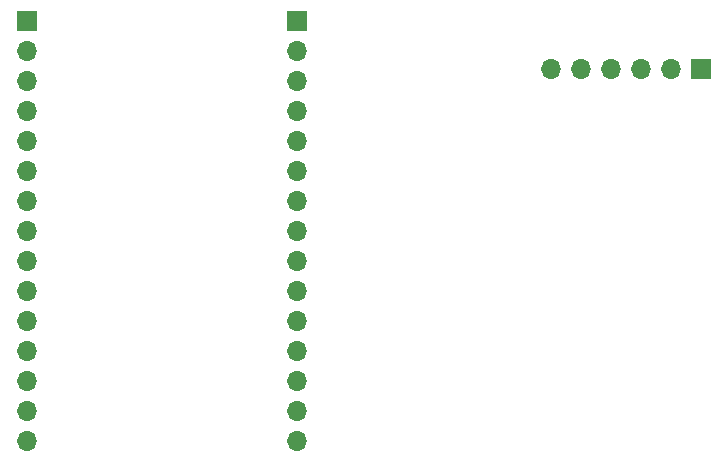
<source format=gbr>
%TF.GenerationSoftware,KiCad,Pcbnew,(6.0.7)*%
%TF.CreationDate,2022-10-30T17:48:50+07:00*%
%TF.ProjectId,dd,64642e6b-6963-4616-945f-706362585858,rev?*%
%TF.SameCoordinates,Original*%
%TF.FileFunction,Soldermask,Bot*%
%TF.FilePolarity,Negative*%
%FSLAX46Y46*%
G04 Gerber Fmt 4.6, Leading zero omitted, Abs format (unit mm)*
G04 Created by KiCad (PCBNEW (6.0.7)) date 2022-10-30 17:48:50*
%MOMM*%
%LPD*%
G01*
G04 APERTURE LIST*
%ADD10R,1.700000X1.700000*%
%ADD11O,1.700000X1.700000*%
G04 APERTURE END LIST*
D10*
%TO.C,J1*%
X143125000Y-58225000D03*
D11*
X140585000Y-58225000D03*
X138045000Y-58225000D03*
X135505000Y-58225000D03*
X132965000Y-58225000D03*
X130425000Y-58225000D03*
%TD*%
D10*
%TO.C,J2*%
X86100000Y-54120000D03*
D11*
X86100000Y-56660000D03*
X86100000Y-59200000D03*
X86100000Y-61740000D03*
X86100000Y-64280000D03*
X86100000Y-66820000D03*
X86100000Y-69360000D03*
X86100000Y-71900000D03*
X86100000Y-74440000D03*
X86100000Y-76980000D03*
X86100000Y-79520000D03*
X86100000Y-82060000D03*
X86100000Y-84600000D03*
X86100000Y-87140000D03*
X86100000Y-89680000D03*
%TD*%
D10*
%TO.C,J3*%
X108950000Y-54100000D03*
D11*
X108950000Y-56640000D03*
X108950000Y-59180000D03*
X108950000Y-61720000D03*
X108950000Y-64260000D03*
X108950000Y-66800000D03*
X108950000Y-69340000D03*
X108950000Y-71880000D03*
X108950000Y-74420000D03*
X108950000Y-76960000D03*
X108950000Y-79500000D03*
X108950000Y-82040000D03*
X108950000Y-84580000D03*
X108950000Y-87120000D03*
X108950000Y-89660000D03*
%TD*%
M02*

</source>
